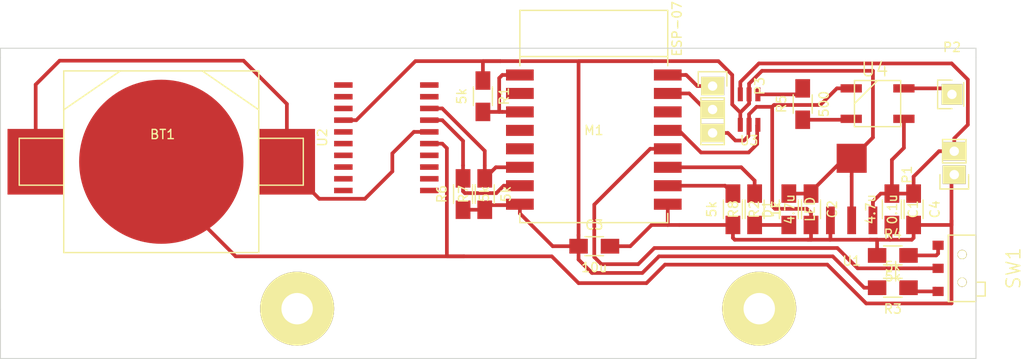
<source format=kicad_pcb>

(kicad_pcb
  (version 4)
  (host pcbnew "(2015-05-12 BZR 5652)-product")
  (general
    (links 50)
    (no_connects 0)
    (area 59.899999 56.574999 172.320714 96.09998)
    (thickness 1.6)
    (drawings 10)
    (tracks 220)
    (zones 0)
    (modules 25)
    (nets 28))
  (page A4)
  (layers
    (0 F.Cu signal)
    (31 B.Cu signal)
    (32 B.Adhes user)
    (33 F.Adhes user)
    (34 B.Paste user)
    (35 F.Paste user)
    (36 B.SilkS user)
    (37 F.SilkS user)
    (38 B.Mask user)
    (39 F.Mask user)
    (40 Dwgs.User user)
    (41 Cmts.User user)
    (42 Eco1.User user)
    (43 Eco2.User user)
    (44 Edge.Cuts user)
    (45 Margin user)
    (46 B.CrtYd user)
    (47 F.CrtYd user)
    (48 B.Fab user)
    (49 F.Fab user))
  (setup
    (last_trace_width 0.4)
    (trace_clearance 0.4)
    (zone_clearance 0.508)
    (zone_45_only no)
    (trace_min 0.007874)
    (segment_width 0.2)
    (edge_width 0.1)
    (via_size 0.6)
    (via_drill 0.4)
    (via_min_size 0.015748)
    (via_min_drill 0.3)
    (uvia_size 0.3)
    (uvia_drill 0.1)
    (uvias_allowed no)
    (uvia_min_size 0.007874)
    (uvia_min_drill 0.1)
    (pcb_text_width 0.3)
    (pcb_text_size 1.5 1.5)
    (mod_edge_width 0.15)
    (mod_text_size 1 1)
    (mod_text_width 0.15)
    (pad_size 8 8)
    (pad_drill 3.4)
    (pad_to_mask_clearance 0)
    (aux_axis_origin 59.95 94.77)
    (grid_origin 59.95 94.77)
    (visible_elements FFFFFF7F)
    (pcbplotparams
      (layerselection 0x01000_00000001)
      (usegerberextensions true)
      (excludeedgelayer true)
      (linewidth 0.1)
      (plotframeref false)
      (viasonmask true)
      (mode 1)
      (useauxorigin true)
      (hpglpennumber 1)
      (hpglpenspeed 20)
      (hpglpendiameter 15)
      (hpglpenoverlay 2)
      (psnegative false)
      (psa4output false)
      (plotreference false)
      (plotvalue false)
      (plotinvisibletext false)
      (padsonsilk false)
      (subtractmaskfromsilk false)
      (outputformat 1)
      (mirror false)
      (drillshape 0)
      (scaleselection 1)
      (outputdirectory Gerbers/)))
  (net 0 "")
  (net 1 "Net-(BT1-Pad1)")
  (net 2 GND)
  (net 3 +5VD)
  (net 4 +3V3)
  (net 5 "Net-(M1-Pad1)")
  (net 6 "Net-(M1-Pad2)")
  (net 7 WS2812b_In)
  (net 8 "Net-(M1-Pad5)")
  (net 9 SCL)
  (net 10 SDA)
  (net 11 "Net-(M1-Pad10)")
  (net 12 GPIO0)
  (net 13 "Net-(M1-Pad14)")
  (net 14 UART_Rx)
  (net 15 UART_Tx)
  (net 16 LED)
  (net 17 "Net-(P2-Pad1)")
  (net 18 "Net-(R3-Pad1)")
  (net 19 "Net-(R4-Pad2)")
  (net 20 "Net-(R5-Pad1)")
  (net 21 "Net-(R5-Pad2)")
  (net 22 "Net-(U2-Pad3)")
  (net 23 "Net-(U2-Pad5)")
  (net 24 "Net-(U2-Pad6)")
  (net 25 "Net-(M1-Pad4)")
  (net 26 "Net-(U2-Pad20)")
  (net 27 "Net-(D1-Pad1)")
  (net_class Default "This is the default net class."
    (clearance 0.4)
    (trace_width 0.4)
    (via_dia 0.6)
    (via_drill 0.4)
    (uvia_dia 0.3)
    (uvia_drill 0.1)
    (add_net +3V3)
    (add_net +5VD)
    (add_net GND)
    (add_net GPIO0)
    (add_net LED)
    (add_net "Net-(BT1-Pad1)")
    (add_net "Net-(D1-Pad1)")
    (add_net "Net-(M1-Pad1)")
    (add_net "Net-(M1-Pad10)")
    (add_net "Net-(M1-Pad14)")
    (add_net "Net-(M1-Pad2)")
    (add_net "Net-(M1-Pad4)")
    (add_net "Net-(M1-Pad5)")
    (add_net "Net-(P2-Pad1)")
    (add_net "Net-(R3-Pad1)")
    (add_net "Net-(R4-Pad2)")
    (add_net "Net-(R5-Pad1)")
    (add_net "Net-(R5-Pad2)")
    (add_net "Net-(U2-Pad20)")
    (add_net "Net-(U2-Pad3)")
    (add_net "Net-(U2-Pad5)")
    (add_net "Net-(U2-Pad6)")
    (add_net SCL)
    (add_net SDA)
    (add_net UART_Rx)
    (add_net UART_Tx)
    (add_net WS2812b_In))
  (module FabLibrary:M3_mount_hole
    (layer F.Cu)
    (tedit 5579CB64)
    (tstamp 557AC2F0)
    (at 92.05 89.37)
    (descr "Through hole socket strip")
    (tags "socket strip")
    (fp_text reference REF**_2
      (at 0.02794 5.55498)
      (layer F.SilkS) hide
      (effects
        (font
          (size 1 1)
          (thickness 0.15))))
    (fp_text value MountHole
      (at -0.05588 -5.34162)
      (layer F.Fab) hide
      (effects
        (font
          (size 1 1)
          (thickness 0.15))))
    (pad 1 thru_hole circle
      (at 0 0)
      (size 8 8)
      (drill 3.4)
      (layers *.Cu *.Mask F.SilkS))
    (model Socket_Strips.3dshapes/Socket_Strip_Straight_1x01.wrl
      (at
        (xyz 0 0 0))
      (scale
        (xyz 1 1 1))
      (rotate
        (xyz 0 0 180))))
  (module FabLibrary:C_1206_HandSoldering_IainEdit
    (layer F.Cu)
    (tedit 54FE01C7)
    (tstamp 5571883B)
    (at 158.75 78.6 270)
    (descr "Capacitor SMD 1206, hand soldering")
    (tags "capacitor 1206")
    (path /5572143D)
    (attr smd)
    (fp_text reference C4
      (at 0 -2.3 270)
      (layer F.SilkS)
      (effects
        (font
          (size 1 1)
          (thickness 0.15))))
    (fp_text value 0.1u
      (at 0 2.3 270)
      (layer F.SilkS)
      (effects
        (font
          (size 1 1)
          (thickness 0.15))))
    (fp_line
      (start -3.3 -1.15)
      (end 3.3 -1.15)
      (layer F.CrtYd)
      (width 0.05))
    (fp_line
      (start -3.3 1.15)
      (end 3.3 1.15)
      (layer F.CrtYd)
      (width 0.05))
    (fp_line
      (start -3.3 -1.15)
      (end -3.3 1.15)
      (layer F.CrtYd)
      (width 0.05))
    (fp_line
      (start 3.3 -1.15)
      (end 3.3 1.15)
      (layer F.CrtYd)
      (width 0.05))
    (fp_line
      (start 1 -1.025)
      (end -1 -1.025)
      (layer F.SilkS)
      (width 0.15))
    (fp_line
      (start -1 1.025)
      (end 1 1.025)
      (layer F.SilkS)
      (width 0.15))
    (pad 1 smd rect
      (at -1.7 0 270)
      (size 2 1.6)
      (layers F.Cu F.Paste F.Mask)
      (net 3 +5VD))
    (pad 2 smd rect
      (at 1.7 0 270)
      (size 2 1.6)
      (layers F.Cu F.Paste F.Mask)
      (net 2 GND))
    (model Capacitors_SMD/C_1206_HandSoldering.wrl
      (at
        (xyz 0 0 0))
      (scale
        (xyz 1 1 1))
      (rotate
        (xyz 0 0 0))))
  (module FabLibrary:C_1206_HandSoldering_IainEdit
    (layer F.Cu)
    (tedit 54FE01C7)
    (tstamp 55718829)
    (at 156.4 78.6 270)
    (descr "Capacitor SMD 1206, hand soldering")
    (tags "capacitor 1206")
    (path /556F3BA7)
    (attr smd)
    (fp_text reference C1
      (at 0 -2.3 270)
      (layer F.SilkS)
      (effects
        (font
          (size 1 1)
          (thickness 0.15))))
    (fp_text value 4.7u
      (at 0 2.3 270)
      (layer F.SilkS)
      (effects
        (font
          (size 1 1)
          (thickness 0.15))))
    (fp_line
      (start -3.3 -1.15)
      (end 3.3 -1.15)
      (layer F.CrtYd)
      (width 0.05))
    (fp_line
      (start -3.3 1.15)
      (end 3.3 1.15)
      (layer F.CrtYd)
      (width 0.05))
    (fp_line
      (start -3.3 -1.15)
      (end -3.3 1.15)
      (layer F.CrtYd)
      (width 0.05))
    (fp_line
      (start 3.3 -1.15)
      (end 3.3 1.15)
      (layer F.CrtYd)
      (width 0.05))
    (fp_line
      (start 1 -1.025)
      (end -1 -1.025)
      (layer F.SilkS)
      (width 0.15))
    (fp_line
      (start -1 1.025)
      (end 1 1.025)
      (layer F.SilkS)
      (width 0.15))
    (pad 1 smd rect
      (at -1.7 0 270)
      (size 2 1.6)
      (layers F.Cu F.Paste F.Mask)
      (net 3 +5VD))
    (pad 2 smd rect
      (at 1.7 0 270)
      (size 2 1.6)
      (layers F.Cu F.Paste F.Mask)
      (net 2 GND))
    (model Capacitors_SMD/C_1206_HandSoldering.wrl
      (at
        (xyz 0 0 0))
      (scale
        (xyz 1 1 1))
      (rotate
        (xyz 0 0 0))))
  (module FabLibrary:C_1206_HandSoldering_IainEdit
    (layer F.Cu)
    (tedit 54FE01C7)
    (tstamp 5571882F)
    (at 147.65 78.6 270)
    (descr "Capacitor SMD 1206, hand soldering")
    (tags "capacitor 1206")
    (path /556F3AC7)
    (attr smd)
    (fp_text reference C2
      (at 0 -2.3 270)
      (layer F.SilkS)
      (effects
        (font
          (size 1 1)
          (thickness 0.15))))
    (fp_text value 4.7u
      (at 0 2.3 270)
      (layer F.SilkS)
      (effects
        (font
          (size 1 1)
          (thickness 0.15))))
    (fp_line
      (start -3.3 -1.15)
      (end 3.3 -1.15)
      (layer F.CrtYd)
      (width 0.05))
    (fp_line
      (start -3.3 1.15)
      (end 3.3 1.15)
      (layer F.CrtYd)
      (width 0.05))
    (fp_line
      (start -3.3 -1.15)
      (end -3.3 1.15)
      (layer F.CrtYd)
      (width 0.05))
    (fp_line
      (start 3.3 -1.15)
      (end 3.3 1.15)
      (layer F.CrtYd)
      (width 0.05))
    (fp_line
      (start 1 -1.025)
      (end -1 -1.025)
      (layer F.SilkS)
      (width 0.15))
    (fp_line
      (start -1 1.025)
      (end 1 1.025)
      (layer F.SilkS)
      (width 0.15))
    (pad 1 smd rect
      (at -1.7 0 270)
      (size 2 1.6)
      (layers F.Cu F.Paste F.Mask)
      (net 4 +3V3))
    (pad 2 smd rect
      (at 1.7 0 270)
      (size 2 1.6)
      (layers F.Cu F.Paste F.Mask)
      (net 2 GND))
    (model Capacitors_SMD/C_1206_HandSoldering.wrl
      (at
        (xyz 0 0 0))
      (scale
        (xyz 1 1 1))
      (rotate
        (xyz 0 0 0))))
  (module FabLibrary:C_1206_HandSoldering_IainEdit
    (layer F.Cu)
    (tedit 54FE01C7)
    (tstamp 55718835)
    (at 124.2 82.6)
    (descr "Capacitor SMD 1206, hand soldering")
    (tags "capacitor 1206")
    (path /55718FEB)
    (attr smd)
    (fp_text reference C3
      (at 0 -2.3)
      (layer F.SilkS)
      (effects
        (font
          (size 1 1)
          (thickness 0.15))))
    (fp_text value 10u
      (at 0 2.3)
      (layer F.SilkS)
      (effects
        (font
          (size 1 1)
          (thickness 0.15))))
    (fp_line
      (start -3.3 -1.15)
      (end 3.3 -1.15)
      (layer F.CrtYd)
      (width 0.05))
    (fp_line
      (start -3.3 1.15)
      (end 3.3 1.15)
      (layer F.CrtYd)
      (width 0.05))
    (fp_line
      (start -3.3 -1.15)
      (end -3.3 1.15)
      (layer F.CrtYd)
      (width 0.05))
    (fp_line
      (start 3.3 -1.15)
      (end 3.3 1.15)
      (layer F.CrtYd)
      (width 0.05))
    (fp_line
      (start 1 -1.025)
      (end -1 -1.025)
      (layer F.SilkS)
      (width 0.15))
    (fp_line
      (start -1 1.025)
      (end 1 1.025)
      (layer F.SilkS)
      (width 0.15))
    (pad 1 smd rect
      (at -1.7 0)
      (size 2 1.6)
      (layers F.Cu F.Paste F.Mask)
      (net 4 +3V3))
    (pad 2 smd rect
      (at 1.7 0)
      (size 2 1.6)
      (layers F.Cu F.Paste F.Mask)
      (net 2 GND))
    (model Capacitors_SMD/C_1206_HandSoldering.wrl
      (at
        (xyz 0 0 0))
      (scale
        (xyz 1 1 1))
      (rotate
        (xyz 0 0 0))))
  (module FabLibrary:C_1206_HandSoldering_IainEdit
    (layer F.Cu)
    (tedit 54FE01C7)
    (tstamp 55718841)
    (at 145.25 78.6 90)
    (descr "Capacitor SMD 1206, hand soldering")
    (tags "capacitor 1206")
    (path /557090B7)
    (attr smd)
    (fp_text reference D1
      (at 0 -2.3 90)
      (layer F.SilkS)
      (effects
        (font
          (size 1 1)
          (thickness 0.15))))
    (fp_text value LED
      (at 0 2.3 90)
      (layer F.SilkS)
      (effects
        (font
          (size 1 1)
          (thickness 0.15))))
    (fp_line
      (start -3.3 -1.15)
      (end 3.3 -1.15)
      (layer F.CrtYd)
      (width 0.05))
    (fp_line
      (start -3.3 1.15)
      (end 3.3 1.15)
      (layer F.CrtYd)
      (width 0.05))
    (fp_line
      (start -3.3 -1.15)
      (end -3.3 1.15)
      (layer F.CrtYd)
      (width 0.05))
    (fp_line
      (start 3.3 -1.15)
      (end 3.3 1.15)
      (layer F.CrtYd)
      (width 0.05))
    (fp_line
      (start 1 -1.025)
      (end -1 -1.025)
      (layer F.SilkS)
      (width 0.15))
    (fp_line
      (start -1 1.025)
      (end 1 1.025)
      (layer F.SilkS)
      (width 0.15))
    (pad 1 smd rect
      (at -1.7 0 90)
      (size 2 1.6)
      (layers F.Cu F.Paste F.Mask)
      (net 27 "Net-(D1-Pad1)"))
    (pad 2 smd rect
      (at 1.7 0 90)
      (size 2 1.6)
      (layers F.Cu F.Paste F.Mask)
      (net 4 +3V3))
    (model Capacitors_SMD/C_1206_HandSoldering.wrl
      (at
        (xyz 0 0 0))
      (scale
        (xyz 1 1 1))
      (rotate
        (xyz 0 0 0))))
  (module FabLibrary:ESP-07
    (layer F.Cu)
    (tedit 55718857)
    (tstamp 55718855)
    (at 124.15 70.05 270)
    (path /556F342F)
    (fp_text reference M1
      (at 0 0 360)
      (layer F.SilkS)
      (effects
        (font
          (size 1 1)
          (thickness 0.15))))
    (fp_text value ESP-07
      (at -11 -9 270)
      (layer F.SilkS)
      (effects
        (font
          (size 1 1)
          (thickness 0.15))))
    (fp_line
      (start -8 -8)
      (end -8 8)
      (layer F.SilkS)
      (width 0.15))
    (fp_line
      (start -7 8)
      (end -13 8)
      (layer F.SilkS)
      (width 0.15))
    (fp_line
      (start -13 8)
      (end -13 -8)
      (layer F.SilkS)
      (width 0.15))
    (fp_line
      (start -13 -8)
      (end -7 -8)
      (layer F.SilkS)
      (width 0.15))
    (fp_line
      (start 9 8)
      (end 10 8)
      (layer F.SilkS)
      (width 0.15))
    (fp_line
      (start 10 8)
      (end 10 -8)
      (layer F.SilkS)
      (width 0.15))
    (fp_line
      (start 10 -8)
      (end 9 -8)
      (layer F.SilkS)
      (width 0.15))
    (pad 1 smd rect
      (at -6 8 270)
      (size 1.2 3)
      (layers F.Cu F.Paste F.Mask)
      (net 5 "Net-(M1-Pad1)"))
    (pad 2 smd rect
      (at -4 8 270)
      (size 1.2 3)
      (layers F.Cu F.Paste F.Mask)
      (net 6 "Net-(M1-Pad2)"))
    (pad 3 smd rect
      (at -2 8 270)
      (size 1.2 3)
      (layers F.Cu F.Paste F.Mask)
      (net 5 "Net-(M1-Pad1)"))
    (pad 4 smd rect
      (at 0 8 270)
      (size 1.2 3)
      (layers F.Cu F.Paste F.Mask)
      (net 25 "Net-(M1-Pad4)"))
    (pad 5 smd rect
      (at 2 8 270)
      (size 1.2 3)
      (layers F.Cu F.Paste F.Mask)
      (net 8 "Net-(M1-Pad5)"))
    (pad 6 smd rect
      (at 4 8 270)
      (size 1.2 3)
      (layers F.Cu F.Paste F.Mask)
      (net 9 SCL))
    (pad 7 smd rect
      (at 6 8 270)
      (size 1.2 3)
      (layers F.Cu F.Paste F.Mask)
      (net 10 SDA))
    (pad 8 smd rect
      (at 8 8 270)
      (size 1.2 3)
      (layers F.Cu F.Paste F.Mask)
      (net 4 +3V3))
    (pad 9 smd rect
      (at 8 -8 270)
      (size 1.2 3)
      (layers F.Cu F.Paste F.Mask)
      (net 2 GND))
    (pad 10 smd rect
      (at 6 -8 270)
      (size 1.2 3)
      (layers F.Cu F.Paste F.Mask)
      (net 11 "Net-(M1-Pad10)"))
    (pad 12 smd rect
      (at 2 -8 270)
      (size 1.2 3)
      (layers F.Cu F.Paste F.Mask)
      (net 12 GPIO0))
    (pad 13 smd rect
      (at 0 -8 270)
      (size 1.2 3)
      (layers F.Cu F.Paste F.Mask)
      (net 7 WS2812b_In))
    (pad 14 smd rect
      (at -2 -8 270)
      (size 1.2 3)
      (layers F.Cu F.Paste F.Mask)
      (net 13 "Net-(M1-Pad14)"))
    (pad 15 smd rect
      (at -4 -8 270)
      (size 1.2 3)
      (layers F.Cu F.Paste F.Mask)
      (net 14 UART_Rx))
    (pad 16 smd rect
      (at -6 -8 270)
      (size 1.2 3)
      (layers F.Cu F.Paste F.Mask)
      (net 15 UART_Tx))
    (pad 11 smd rect
      (at 4 -8 270)
      (size 1.2 3)
      (layers F.Cu F.Paste F.Mask)
      (net 16 LED)))
  (module FabLibrary:Socket_Strip_Straight_1x02
    (layer F.Cu)
    (tedit 5549075A)
    (tstamp 5571885B)
    (at 163.15 74.85 90)
    (descr "Through hole socket strip")
    (tags "socket strip")
    (path /556F3ED9)
    (fp_text reference P1
      (at 0 -5.1 90)
      (layer F.SilkS)
      (effects
        (font
          (size 1 1)
          (thickness 0.15))))
    (fp_text value 5V_input
      (at 0 -3.1 90)
      (layer F.Fab)
      (effects
        (font
          (size 1 1)
          (thickness 0.15))))
    (fp_line
      (start -1.55 1.55)
      (end 0 1.55)
      (layer F.SilkS)
      (width 0.15))
    (fp_line
      (start 3.81 1.27)
      (end 1.27 1.27)
      (layer F.SilkS)
      (width 0.15))
    (fp_line
      (start -1.75 -1.75)
      (end -1.75 1.75)
      (layer F.CrtYd)
      (width 0.05))
    (fp_line
      (start 4.3 -1.75)
      (end 4.3 1.75)
      (layer F.CrtYd)
      (width 0.05))
    (fp_line
      (start -1.75 -1.75)
      (end 4.3 -1.75)
      (layer F.CrtYd)
      (width 0.05))
    (fp_line
      (start -1.75 1.75)
      (end 4.3 1.75)
      (layer F.CrtYd)
      (width 0.05))
    (fp_line
      (start 1.27 1.27)
      (end 1.27 -1.27)
      (layer F.SilkS)
      (width 0.15))
    (fp_line
      (start 0 -1.55)
      (end -1.55 -1.55)
      (layer F.SilkS)
      (width 0.15))
    (fp_line
      (start -1.55 -1.55)
      (end -1.55 1.55)
      (layer F.SilkS)
      (width 0.15))
    (fp_line
      (start 1.27 -1.27)
      (end 3.81 -1.27)
      (layer F.SilkS)
      (width 0.15))
    (fp_line
      (start 3.81 -1.27)
      (end 3.81 1.27)
      (layer F.SilkS)
      (width 0.15))
    (pad 1 thru_hole rect
      (at 0 0 90)
      (size 2 2.5)
      (drill 1.016)
      (layers *.Mask F.Cu F.SilkS)
      (net 2 GND))
    (pad 2 thru_hole rect
      (at 2.54 0 90)
      (size 2 2.5)
      (drill 1.016)
      (layers *.Mask F.Cu F.SilkS)
      (net 3 +5VD))
    (model Socket_Strips.3dshapes/Socket_Strip_Straight_1x02.wrl
      (at
        (xyz 0.05 0 0))
      (scale
        (xyz 1 1 1))
      (rotate
        (xyz 0 0 180))))
  (module Socket_Strips:Socket_Strip_Straight_1x01
    (layer F.Cu)
    (tedit 54E9F79C)
    (tstamp 55718860)
    (at 162.9 66.15)
    (descr "Through hole socket strip")
    (tags "socket strip")
    (path /556F9C82)
    (fp_text reference P2
      (at 0 -5.1)
      (layer F.SilkS)
      (effects
        (font
          (size 1 1)
          (thickness 0.15))))
    (fp_text value WS2812b_Out
      (at 0 -3.1)
      (layer F.Fab)
      (effects
        (font
          (size 1 1)
          (thickness 0.15))))
    (fp_line
      (start -1.75 -1.75)
      (end -1.75 1.75)
      (layer F.CrtYd)
      (width 0.05))
    (fp_line
      (start 1.75 -1.75)
      (end 1.75 1.75)
      (layer F.CrtYd)
      (width 0.05))
    (fp_line
      (start -1.75 -1.75)
      (end 1.75 -1.75)
      (layer F.CrtYd)
      (width 0.05))
    (fp_line
      (start -1.75 1.75)
      (end 1.75 1.75)
      (layer F.CrtYd)
      (width 0.05))
    (fp_line
      (start 1.27 1.27)
      (end 1.27 -1.27)
      (layer F.SilkS)
      (width 0.15))
    (fp_line
      (start -1.55 -1.55)
      (end 0 -1.55)
      (layer F.SilkS)
      (width 0.15))
    (fp_line
      (start -1.55 -1.55)
      (end -1.55 1.55)
      (layer F.SilkS)
      (width 0.15))
    (fp_line
      (start -1.55 1.55)
      (end 0 1.55)
      (layer F.SilkS)
      (width 0.15))
    (pad 1 thru_hole rect
      (at 0 0)
      (size 2.2352 2.2352)
      (drill 1.016)
      (layers *.Cu *.Mask F.SilkS)
      (net 17 "Net-(P2-Pad1)"))
    (model Socket_Strips.3dshapes/Socket_Strip_Straight_1x01.wrl
      (at
        (xyz 0 0 0))
      (scale
        (xyz 1 1 1))
      (rotate
        (xyz 0 0 180))))
  (module FabLibrary:Socket_Strip_Straight_1x03_IainEdit
    (layer F.Cu)
    (tedit inf)
    (tstamp 55718867)
    (at 137 65.25 270)
    (descr "Through hole socket strip")
    (tags "socket strip")
    (path /556F5392)
    (fp_text reference P3
      (at 0 -5.1 270)
      (layer F.SilkS)
      (effects
        (font
          (size 1 1)
          (thickness 0.15))))
    (fp_text value UART
      (at 0 -3.1 270)
      (layer F.Fab)
      (effects
        (font
          (size 1 1)
          (thickness 0.15))))
    (fp_line
      (start 0 -1.55)
      (end -1.55 -1.55)
      (layer F.SilkS)
      (width 0.15))
    (fp_line
      (start -1.55 -1.55)
      (end -1.55 1.55)
      (layer F.SilkS)
      (width 0.15))
    (fp_line
      (start -1.55 1.55)
      (end 0 1.55)
      (layer F.SilkS)
      (width 0.15))
    (fp_line
      (start -1.75 -1.75)
      (end -1.75 1.75)
      (layer F.CrtYd)
      (width 0.05))
    (fp_line
      (start 6.85 -1.75)
      (end 6.85 1.75)
      (layer F.CrtYd)
      (width 0.05))
    (fp_line
      (start -1.75 -1.75)
      (end 6.85 -1.75)
      (layer F.CrtYd)
      (width 0.05))
    (fp_line
      (start -1.75 1.75)
      (end 6.85 1.75)
      (layer F.CrtYd)
      (width 0.05))
    (fp_line
      (start 1.27 -1.27)
      (end 6.35 -1.27)
      (layer F.SilkS)
      (width 0.15))
    (fp_line
      (start 6.35 -1.27)
      (end 6.35 1.27)
      (layer F.SilkS)
      (width 0.15))
    (fp_line
      (start 6.35 1.27)
      (end 1.27 1.27)
      (layer F.SilkS)
      (width 0.15))
    (fp_line
      (start 1.27 1.27)
      (end 1.27 -1.27)
      (layer F.SilkS)
      (width 0.15))
    (pad 1 thru_hole rect
      (at 0 0 270)
      (size 2 2.5)
      (drill 1.016)
      (layers *.Mask F.Cu F.SilkS)
      (net 15 UART_Tx))
    (pad 2 thru_hole rect
      (at 2.54 0 270)
      (size 2 2.5)
      (drill 1.016)
      (layers *.Mask F.Cu F.SilkS)
      (net 14 UART_Rx))
    (pad 3 thru_hole rect
      (at 5.08 0 270)
      (size 2 2.5)
      (drill 1.016)
      (layers *.Mask F.Cu F.SilkS)
      (net 2 GND))
    (model Socket_Strips.3dshapes/Socket_Strip_Straight_1x03.wrl
      (at
        (xyz 0.1 0 0))
      (scale
        (xyz 1 1 1))
      (rotate
        (xyz 0 0 180))))
  (module FabLibrary:C_1206_HandSoldering_IainEdit
    (layer F.Cu)
    (tedit 54FE01C7)
    (tstamp 5571886D)
    (at 112.15 66.35 270)
    (descr "Capacitor SMD 1206, hand soldering")
    (tags "capacitor 1206")
    (path /5570FFB2)
    (attr smd)
    (fp_text reference R1
      (at 0 -2.3 270)
      (layer F.SilkS)
      (effects
        (font
          (size 1 1)
          (thickness 0.15))))
    (fp_text value 5k
      (at 0 2.3 270)
      (layer F.SilkS)
      (effects
        (font
          (size 1 1)
          (thickness 0.15))))
    (fp_line
      (start -3.3 -1.15)
      (end 3.3 -1.15)
      (layer F.CrtYd)
      (width 0.05))
    (fp_line
      (start -3.3 1.15)
      (end 3.3 1.15)
      (layer F.CrtYd)
      (width 0.05))
    (fp_line
      (start -3.3 -1.15)
      (end -3.3 1.15)
      (layer F.CrtYd)
      (width 0.05))
    (fp_line
      (start 3.3 -1.15)
      (end 3.3 1.15)
      (layer F.CrtYd)
      (width 0.05))
    (fp_line
      (start 1 -1.025)
      (end -1 -1.025)
      (layer F.SilkS)
      (width 0.15))
    (fp_line
      (start -1 1.025)
      (end 1 1.025)
      (layer F.SilkS)
      (width 0.15))
    (pad 1 smd rect
      (at -1.7 0 270)
      (size 2 1.6)
      (layers F.Cu F.Paste F.Mask)
      (net 4 +3V3))
    (pad 2 smd rect
      (at 1.7 0 270)
      (size 2 1.6)
      (layers F.Cu F.Paste F.Mask)
      (net 5 "Net-(M1-Pad1)"))
    (model Capacitors_SMD/C_1206_HandSoldering.wrl
      (at
        (xyz 0 0 0))
      (scale
        (xyz 1 1 1))
      (rotate
        (xyz 0 0 0))))
  (module FabLibrary:C_1206_HandSoldering_IainEdit
    (layer F.Cu)
    (tedit 54FE01C7)
    (tstamp 55718873)
    (at 139.2 78.6 270)
    (descr "Capacitor SMD 1206, hand soldering")
    (tags "capacitor 1206")
    (path /55715157)
    (attr smd)
    (fp_text reference R2
      (at 0 -2.3 270)
      (layer F.SilkS)
      (effects
        (font
          (size 1 1)
          (thickness 0.15))))
    (fp_text value 5k
      (at 0 2.3 270)
      (layer F.SilkS)
      (effects
        (font
          (size 1 1)
          (thickness 0.15))))
    (fp_line
      (start -3.3 -1.15)
      (end 3.3 -1.15)
      (layer F.CrtYd)
      (width 0.05))
    (fp_line
      (start -3.3 1.15)
      (end 3.3 1.15)
      (layer F.CrtYd)
      (width 0.05))
    (fp_line
      (start -3.3 -1.15)
      (end -3.3 1.15)
      (layer F.CrtYd)
      (width 0.05))
    (fp_line
      (start 3.3 -1.15)
      (end 3.3 1.15)
      (layer F.CrtYd)
      (width 0.05))
    (fp_line
      (start 1 -1.025)
      (end -1 -1.025)
      (layer F.SilkS)
      (width 0.15))
    (fp_line
      (start -1 1.025)
      (end 1 1.025)
      (layer F.SilkS)
      (width 0.15))
    (pad 1 smd rect
      (at -1.7 0 270)
      (size 2 1.6)
      (layers F.Cu F.Paste F.Mask)
      (net 11 "Net-(M1-Pad10)"))
    (pad 2 smd rect
      (at 1.7 0 270)
      (size 2 1.6)
      (layers F.Cu F.Paste F.Mask)
      (net 2 GND))
    (model Capacitors_SMD/C_1206_HandSoldering.wrl
      (at
        (xyz 0 0 0))
      (scale
        (xyz 1 1 1))
      (rotate
        (xyz 0 0 0))))
  (module FabLibrary:C_1206_HandSoldering_IainEdit
    (layer F.Cu)
    (tedit 54FE01C7)
    (tstamp 55718879)
    (at 156.5 87.1 180)
    (descr "Capacitor SMD 1206, hand soldering")
    (tags "capacitor 1206")
    (path /55710DCF)
    (attr smd)
    (fp_text reference R3
      (at 0 -2.3 180)
      (layer F.SilkS)
      (effects
        (font
          (size 1 1)
          (thickness 0.15))))
    (fp_text value 5k
      (at 0 2.3 180)
      (layer F.SilkS)
      (effects
        (font
          (size 1 1)
          (thickness 0.15))))
    (fp_line
      (start -3.3 -1.15)
      (end 3.3 -1.15)
      (layer F.CrtYd)
      (width 0.05))
    (fp_line
      (start -3.3 1.15)
      (end 3.3 1.15)
      (layer F.CrtYd)
      (width 0.05))
    (fp_line
      (start -3.3 -1.15)
      (end -3.3 1.15)
      (layer F.CrtYd)
      (width 0.05))
    (fp_line
      (start 3.3 -1.15)
      (end 3.3 1.15)
      (layer F.CrtYd)
      (width 0.05))
    (fp_line
      (start 1 -1.025)
      (end -1 -1.025)
      (layer F.SilkS)
      (width 0.15))
    (fp_line
      (start -1 1.025)
      (end 1 1.025)
      (layer F.SilkS)
      (width 0.15))
    (pad 1 smd rect
      (at -1.7 0 180)
      (size 2 1.6)
      (layers F.Cu F.Paste F.Mask)
      (net 18 "Net-(R3-Pad1)"))
    (pad 2 smd rect
      (at 1.7 0 180)
      (size 2 1.6)
      (layers F.Cu F.Paste F.Mask)
      (net 4 +3V3))
    (model Capacitors_SMD/C_1206_HandSoldering.wrl
      (at
        (xyz 0 0 0))
      (scale
        (xyz 1 1 1))
      (rotate
        (xyz 0 0 0))))
  (module FabLibrary:C_1206_HandSoldering_IainEdit
    (layer F.Cu)
    (tedit 54FE01C7)
    (tstamp 5571887F)
    (at 156.5 83.6)
    (descr "Capacitor SMD 1206, hand soldering")
    (tags "capacitor 1206")
    (path /5570DEF1)
    (attr smd)
    (fp_text reference R4
      (at 0 -2.3)
      (layer F.SilkS)
      (effects
        (font
          (size 1 1)
          (thickness 0.15))))
    (fp_text value 5k
      (at 0 2.3)
      (layer F.SilkS)
      (effects
        (font
          (size 1 1)
          (thickness 0.15))))
    (fp_line
      (start -3.3 -1.15)
      (end 3.3 -1.15)
      (layer F.CrtYd)
      (width 0.05))
    (fp_line
      (start -3.3 1.15)
      (end 3.3 1.15)
      (layer F.CrtYd)
      (width 0.05))
    (fp_line
      (start -3.3 -1.15)
      (end -3.3 1.15)
      (layer F.CrtYd)
      (width 0.05))
    (fp_line
      (start 3.3 -1.15)
      (end 3.3 1.15)
      (layer F.CrtYd)
      (width 0.05))
    (fp_line
      (start 1 -1.025)
      (end -1 -1.025)
      (layer F.SilkS)
      (width 0.15))
    (fp_line
      (start -1 1.025)
      (end 1 1.025)
      (layer F.SilkS)
      (width 0.15))
    (pad 1 smd rect
      (at -1.7 0)
      (size 2 1.6)
      (layers F.Cu F.Paste F.Mask)
      (net 2 GND))
    (pad 2 smd rect
      (at 1.7 0)
      (size 2 1.6)
      (layers F.Cu F.Paste F.Mask)
      (net 19 "Net-(R4-Pad2)"))
    (model Capacitors_SMD/C_1206_HandSoldering.wrl
      (at
        (xyz 0 0 0))
      (scale
        (xyz 1 1 1))
      (rotate
        (xyz 0 0 0))))
  (module FabLibrary:C_1206_HandSoldering_IainEdit
    (layer F.Cu)
    (tedit 54FE01C7)
    (tstamp 55718885)
    (at 146.75 67.2 90)
    (descr "Capacitor SMD 1206, hand soldering")
    (tags "capacitor 1206")
    (path /557208AF)
    (attr smd)
    (fp_text reference R5
      (at 0 -2.3 90)
      (layer F.SilkS)
      (effects
        (font
          (size 1 1)
          (thickness 0.15))))
    (fp_text value 500
      (at 0 2.3 90)
      (layer F.SilkS)
      (effects
        (font
          (size 1 1)
          (thickness 0.15))))
    (fp_line
      (start -3.3 -1.15)
      (end 3.3 -1.15)
      (layer F.CrtYd)
      (width 0.05))
    (fp_line
      (start -3.3 1.15)
      (end 3.3 1.15)
      (layer F.CrtYd)
      (width 0.05))
    (fp_line
      (start -3.3 -1.15)
      (end -3.3 1.15)
      (layer F.CrtYd)
      (width 0.05))
    (fp_line
      (start 3.3 -1.15)
      (end 3.3 1.15)
      (layer F.CrtYd)
      (width 0.05))
    (fp_line
      (start 1 -1.025)
      (end -1 -1.025)
      (layer F.SilkS)
      (width 0.15))
    (fp_line
      (start -1 1.025)
      (end 1 1.025)
      (layer F.SilkS)
      (width 0.15))
    (pad 1 smd rect
      (at -1.7 0 90)
      (size 2 1.6)
      (layers F.Cu F.Paste F.Mask)
      (net 20 "Net-(R5-Pad1)"))
    (pad 2 smd rect
      (at 1.7 0 90)
      (size 2 1.6)
      (layers F.Cu F.Paste F.Mask)
      (net 21 "Net-(R5-Pad2)"))
    (model Capacitors_SMD/C_1206_HandSoldering.wrl
      (at
        (xyz 0 0 0))
      (scale
        (xyz 1 1 1))
      (rotate
        (xyz 0 0 0))))
  (module FabLibrary:C_1206_HandSoldering_IainEdit
    (layer F.Cu)
    (tedit 54FE01C7)
    (tstamp 5571888B)
    (at 110 76.95 90)
    (descr "Capacitor SMD 1206, hand soldering")
    (tags "capacitor 1206")
    (path /556FCCE0)
    (attr smd)
    (fp_text reference R6
      (at 0 -2.3 90)
      (layer F.SilkS)
      (effects
        (font
          (size 1 1)
          (thickness 0.15))))
    (fp_text value 5k
      (at 0 2.3 90)
      (layer F.SilkS)
      (effects
        (font
          (size 1 1)
          (thickness 0.15))))
    (fp_line
      (start -3.3 -1.15)
      (end 3.3 -1.15)
      (layer F.CrtYd)
      (width 0.05))
    (fp_line
      (start -3.3 1.15)
      (end 3.3 1.15)
      (layer F.CrtYd)
      (width 0.05))
    (fp_line
      (start -3.3 -1.15)
      (end -3.3 1.15)
      (layer F.CrtYd)
      (width 0.05))
    (fp_line
      (start 3.3 -1.15)
      (end 3.3 1.15)
      (layer F.CrtYd)
      (width 0.05))
    (fp_line
      (start 1 -1.025)
      (end -1 -1.025)
      (layer F.SilkS)
      (width 0.15))
    (fp_line
      (start -1 1.025)
      (end 1 1.025)
      (layer F.SilkS)
      (width 0.15))
    (pad 1 smd rect
      (at -1.7 0 90)
      (size 2 1.6)
      (layers F.Cu F.Paste F.Mask)
      (net 4 +3V3))
    (pad 2 smd rect
      (at 1.7 0 90)
      (size 2 1.6)
      (layers F.Cu F.Paste F.Mask)
      (net 10 SDA))
    (model Capacitors_SMD/C_1206_HandSoldering.wrl
      (at
        (xyz 0 0 0))
      (scale
        (xyz 1 1 1))
      (rotate
        (xyz 0 0 0))))
  (module FabLibrary:C_1206_HandSoldering_IainEdit
    (layer F.Cu)
    (tedit 54FE01C7)
    (tstamp 55718891)
    (at 112.35 76.95 90)
    (descr "Capacitor SMD 1206, hand soldering")
    (tags "capacitor 1206")
    (path /556FCE30)
    (attr smd)
    (fp_text reference R7
      (at 0 -2.3 90)
      (layer F.SilkS)
      (effects
        (font
          (size 1 1)
          (thickness 0.15))))
    (fp_text value 5k
      (at 0 2.3 90)
      (layer F.SilkS)
      (effects
        (font
          (size 1 1)
          (thickness 0.15))))
    (fp_line
      (start -3.3 -1.15)
      (end 3.3 -1.15)
      (layer F.CrtYd)
      (width 0.05))
    (fp_line
      (start -3.3 1.15)
      (end 3.3 1.15)
      (layer F.CrtYd)
      (width 0.05))
    (fp_line
      (start -3.3 -1.15)
      (end -3.3 1.15)
      (layer F.CrtYd)
      (width 0.05))
    (fp_line
      (start 3.3 -1.15)
      (end 3.3 1.15)
      (layer F.CrtYd)
      (width 0.05))
    (fp_line
      (start 1 -1.025)
      (end -1 -1.025)
      (layer F.SilkS)
      (width 0.15))
    (fp_line
      (start -1 1.025)
      (end 1 1.025)
      (layer F.SilkS)
      (width 0.15))
    (pad 1 smd rect
      (at -1.7 0 90)
      (size 2 1.6)
      (layers F.Cu F.Paste F.Mask)
      (net 4 +3V3))
    (pad 2 smd rect
      (at 1.7 0 90)
      (size 2 1.6)
      (layers F.Cu F.Paste F.Mask)
      (net 9 SCL))
    (model Capacitors_SMD/C_1206_HandSoldering.wrl
      (at
        (xyz 0 0 0))
      (scale
        (xyz 1 1 1))
      (rotate
        (xyz 0 0 0))))
  (module FabLibrary:C_1206_HandSoldering_IainEdit
    (layer F.Cu)
    (tedit 54FE01C7)
    (tstamp 55718897)
    (at 141.55 78.6 90)
    (descr "Capacitor SMD 1206, hand soldering")
    (tags "capacitor 1206")
    (path /55708FA9)
    (attr smd)
    (fp_text reference R8
      (at 0 -2.3 90)
      (layer F.SilkS)
      (effects
        (font
          (size 1 1)
          (thickness 0.15))))
    (fp_text value 1k
      (at 0 2.3 90)
      (layer F.SilkS)
      (effects
        (font
          (size 1 1)
          (thickness 0.15))))
    (fp_line
      (start -3.3 -1.15)
      (end 3.3 -1.15)
      (layer F.CrtYd)
      (width 0.05))
    (fp_line
      (start -3.3 1.15)
      (end 3.3 1.15)
      (layer F.CrtYd)
      (width 0.05))
    (fp_line
      (start -3.3 -1.15)
      (end -3.3 1.15)
      (layer F.CrtYd)
      (width 0.05))
    (fp_line
      (start 3.3 -1.15)
      (end 3.3 1.15)
      (layer F.CrtYd)
      (width 0.05))
    (fp_line
      (start 1 -1.025)
      (end -1 -1.025)
      (layer F.SilkS)
      (width 0.15))
    (fp_line
      (start -1 1.025)
      (end 1 1.025)
      (layer F.SilkS)
      (width 0.15))
    (pad 1 smd rect
      (at -1.7 0 90)
      (size 2 1.6)
      (layers F.Cu F.Paste F.Mask)
      (net 27 "Net-(D1-Pad1)"))
    (pad 2 smd rect
      (at 1.7 0 90)
      (size 2 1.6)
      (layers F.Cu F.Paste F.Mask)
      (net 16 LED))
    (model Capacitors_SMD/C_1206_HandSoldering.wrl
      (at
        (xyz 0 0 0))
      (scale
        (xyz 1 1 1))
      (rotate
        (xyz 0 0 0))))
  (module FabLibrary:SlideSwitch_smd
    (layer F.Cu)
    (tedit 5571B48E)
    (tstamp 557188A0)
    (at 164 85 90)
    (path /5570D73C)
    (fp_text reference SW1
      (at 0.01 5.56 90)
      (layer F.SilkS)
      (effects
        (font
          (size 1.5 1.5)
          (thickness 0.15))))
    (fp_text value SWITCH_INV
      (at 0.01 -7.24 90)
      (layer F.Fab) hide
      (effects
        (font
          (size 1.5 1.5)
          (thickness 0.15))))
    (fp_line
      (start -3 1.5)
      (end -3 2.5)
      (layer F.SilkS)
      (width 0.15))
    (fp_line
      (start -3 2.5)
      (end -1.5 2.5)
      (layer F.SilkS)
      (width 0.15))
    (fp_line
      (start -1.5 2.5)
      (end -1.5 1.5)
      (layer F.SilkS)
      (width 0.15))
    (fp_line
      (start 3.6 -1.5)
      (end 3.6 1.5)
      (layer F.SilkS)
      (width 0.15))
    (fp_line
      (start -3.6 1.5)
      (end 3.6 1.5)
      (layer F.SilkS)
      (width 0.15))
    (fp_line
      (start -3.6 -1.5)
      (end -3.6 1.5)
      (layer F.SilkS)
      (width 0.15))
    (fp_line
      (start -3.6 -1.5)
      (end 3.6 -1.5)
      (layer F.SilkS)
      (width 0.15))
    (pad 1 smd rect
      (at -2.5 -2.6 90)
      (size 1 1.2)
      (layers F.Cu F.Paste F.Mask)
      (net 18 "Net-(R3-Pad1)"))
    (pad 2 smd rect
      (at 0 -2.6 90)
      (size 1 1.2)
      (layers F.Cu F.Paste F.Mask)
      (net 12 GPIO0))
    (pad 3 smd rect
      (at 2.5 -2.6 90)
      (size 1 1.2)
      (layers F.Cu F.Paste F.Mask)
      (net 19 "Net-(R4-Pad2)"))
    (pad "" np_thru_hole circle
      (at -1.5 0 90)
      (size 1 1)
      (drill 0.85)
      (layers *.Cu *.Mask F.SilkS))
    (pad "" np_thru_hole circle
      (at 1.5 0 90)
      (size 1 1)
      (drill 0.85)
      (layers *.Cu *.Mask F.SilkS)))
  (module FabLibrary:SOT223_HandSolder
    (layer F.Cu)
    (tedit 55490111)
    (tstamp 557188A8)
    (at 152.05 78.3)
    (path /556F388A)
    (fp_text reference U1
      (at 0 5.9)
      (layer F.SilkS)
      (effects
        (font
          (size 1 1)
          (thickness 0.15))))
    (fp_text value NCP1117ST33T3G
      (at 0 -7.9)
      (layer F.Fab) hide
      (effects
        (font
          (size 1 1)
          (thickness 0.15))))
    (pad 1 smd rect
      (at -2.3 1.5)
      (size 0.95 3)
      (layers F.Cu F.Paste F.Mask)
      (net 2 GND))
    (pad 2 smd rect
      (at 0 1.5)
      (size 0.95 3)
      (layers F.Cu F.Paste F.Mask)
      (net 4 +3V3))
    (pad 3 smd rect
      (at 2.3 1.5)
      (size 0.95 3)
      (layers F.Cu F.Paste F.Mask)
      (net 3 +5VD))
    (pad 2 smd rect
      (at 0 -5.225)
      (size 3.25 3.15)
      (layers F.Cu F.Paste F.Mask)
      (net 4 +3V3)))
  (module FabLibrary:Maxim_SOIC-20_W20-H2
    (layer F.Cu)
    (tedit 55704B41)
    (tstamp 557188C0)
    (at 101.7 70.85 270)
    (path /556FB126)
    (fp_text reference U2
      (at -0.02 6.92 270)
      (layer F.SilkS)
      (effects
        (font
          (size 1 1)
          (thickness 0.15))))
    (fp_text value DS3232
      (at -0.02 -7.74 270)
      (layer F.Fab) hide
      (effects
        (font
          (size 1 1)
          (thickness 0.15))))
    (pad 1 smd rect
      (at -5.715 4.65 270)
      (size 0.6 2)
      (layers F.Cu F.Paste F.Mask))
    (pad 2 smd rect
      (at -4.445 4.65 270)
      (size 0.6 2)
      (layers F.Cu F.Paste F.Mask))
    (pad 3 smd rect
      (at -3.175 4.65 270)
      (size 0.6 2)
      (layers F.Cu F.Paste F.Mask)
      (net 22 "Net-(U2-Pad3)"))
    (pad 4 smd rect
      (at -1.905 4.65 270)
      (size 0.6 2)
      (layers F.Cu F.Paste F.Mask)
      (net 4 +3V3))
    (pad 5 smd rect
      (at -0.635 4.65 270)
      (size 0.6 2)
      (layers F.Cu F.Paste F.Mask)
      (net 23 "Net-(U2-Pad5)"))
    (pad 6 smd rect
      (at 0.635 4.65 270)
      (size 0.6 2)
      (layers F.Cu F.Paste F.Mask)
      (net 24 "Net-(U2-Pad6)"))
    (pad 7 smd rect
      (at 1.905 4.65 270)
      (size 0.6 2)
      (layers F.Cu F.Paste F.Mask))
    (pad 8 smd rect
      (at 3.175 4.65 270)
      (size 0.6 2)
      (layers F.Cu F.Paste F.Mask))
    (pad 9 smd rect
      (at 4.445 4.65 270)
      (size 0.6 2)
      (layers F.Cu F.Paste F.Mask))
    (pad 10 smd rect
      (at 5.715 4.65 270)
      (size 0.6 2)
      (layers F.Cu F.Paste F.Mask))
    (pad 11 smd rect
      (at 5.715 -4.65 270)
      (size 0.6 2)
      (layers F.Cu F.Paste F.Mask))
    (pad 12 smd rect
      (at 4.445 -4.65 270)
      (size 0.6 2)
      (layers F.Cu F.Paste F.Mask))
    (pad 13 smd rect
      (at 3.175 -4.65 270)
      (size 0.6 2)
      (layers F.Cu F.Paste F.Mask))
    (pad 14 smd rect
      (at 1.905 -4.65 270)
      (size 0.6 2)
      (layers F.Cu F.Paste F.Mask))
    (pad 15 smd rect
      (at 0.635 -4.65 270)
      (size 0.6 2)
      (layers F.Cu F.Paste F.Mask)
      (net 2 GND))
    (pad 16 smd rect
      (at -0.635 -4.65 270)
      (size 0.6 2)
      (layers F.Cu F.Paste F.Mask)
      (net 1 "Net-(BT1-Pad1)"))
    (pad 17 smd rect
      (at -1.905 -4.65 270)
      (size 0.6 2)
      (layers F.Cu F.Paste F.Mask)
      (net 10 SDA))
    (pad 18 smd rect
      (at -3.175 -4.65 270)
      (size 0.6 2)
      (layers F.Cu F.Paste F.Mask)
      (net 9 SCL))
    (pad 19 smd rect
      (at -4.445 -4.65 270)
      (size 0.6 2)
      (layers F.Cu F.Paste F.Mask))
    (pad 20 smd rect
      (at -5.715 -4.65 270)
      (size 0.6 2)
      (layers F.Cu F.Paste F.Mask)
      (net 26 "Net-(U2-Pad20)")))
  (module FabLibrary:TI-DBV-SOT23_handsolder
    (layer F.Cu)
    (tedit 5506F07D)
    (tstamp 557188CA)
    (at 140.95 67.85)
    (path /556F35A2)
    (fp_text reference U3
      (at 0 3.302)
      (layer F.SilkS)
      (effects
        (font
          (size 1 1)
          (thickness 0.15))))
    (fp_text value SN74LVC1T45
      (at 0 -3.175)
      (layer F.Fab) hide
      (effects
        (font
          (size 1 1)
          (thickness 0.15))))
    (pad 1 smd rect
      (at -0.95 1.6)
      (size 0.55 1.5)
      (layers F.Cu F.Paste F.Mask)
      (net 4 +3V3))
    (pad 2 smd rect
      (at 0 1.6)
      (size 0.55 1.5)
      (layers F.Cu F.Paste F.Mask)
      (net 2 GND))
    (pad 3 smd rect
      (at 0.95 1.6)
      (size 0.55 1.5)
      (layers F.Cu F.Paste F.Mask)
      (net 7 WS2812b_In))
    (pad 4 smd rect
      (at 0.95 -1.7)
      (size 0.55 1.5)
      (layers F.Cu F.Paste F.Mask)
      (net 21 "Net-(R5-Pad2)"))
    (pad 5 smd rect
      (at 0 -1.7)
      (size 0.55 1.5)
      (layers F.Cu F.Paste F.Mask)
      (net 4 +3V3))
    (pad 6 smd rect
      (at -0.95 -1.7)
      (size 0.55 1.5)
      (layers F.Cu F.Paste F.Mask)
      (net 3 +5VD)))
  (module FabLibrary:WS2812b_handsolder
    (layer F.Cu)
    (tedit 550569EB)
    (tstamp 557188D2)
    (at 154.85 67.15 180)
    (path /557202D6)
    (fp_text reference U4
      (at 0.3 3.7 180)
      (layer F.SilkS)
      (effects
        (font
          (size 1.5 1.5)
          (thickness 0.15))))
    (fp_text value WS2812b
      (at 0 -3.8 180)
      (layer F.Fab) hide
      (effects
        (font
          (size 1.5 1.5)
          (thickness 0.15))))
    (fp_line
      (start 2.5 0)
      (end 0 2.5)
      (layer F.SilkS)
      (width 0.15))
    (fp_line
      (start -2.5 -2.5)
      (end 2.5 -2.5)
      (layer F.SilkS)
      (width 0.15))
    (fp_line
      (start 2.5 -2.5)
      (end 2.5 2.5)
      (layer F.SilkS)
      (width 0.15))
    (fp_line
      (start 2.5 2.5)
      (end -2.5 2.5)
      (layer F.SilkS)
      (width 0.15))
    (fp_line
      (start -2.5 2.5)
      (end -2.5 -2.5)
      (layer F.SilkS)
      (width 0.15))
    (pad 1 smd rect
      (at -2.85 -1.65 180)
      (size 2.3 0.9)
      (layers F.Cu F.Paste F.Mask)
      (net 3 +5VD))
    (pad 2 smd rect
      (at -2.85 1.65 180)
      (size 2.3 0.9)
      (layers F.Cu F.Paste F.Mask)
      (net 17 "Net-(P2-Pad1)"))
    (pad 4 smd rect
      (at 2.85 -1.65 180)
      (size 2.3 0.9)
      (layers F.Cu F.Paste F.Mask)
      (net 20 "Net-(R5-Pad1)"))
    (pad 3 smd rect
      (at 2.85 1.65 180)
      (size 2.3 0.9)
      (layers F.Cu F.Paste F.Mask)
      (net 2 GND)))
  (module FabLibrary:Battery_Holder_Cell_20mm_smd
    (layer F.Cu)
    (tedit 5571870A)
    (tstamp 55718FE7)
    (at 77.35 73.45 180)
    (path /556FBD5E)
    (fp_text reference BT1
      (at -0.14 2.96 180)
      (layer F.SilkS)
      (effects
        (font
          (size 1 1)
          (thickness 0.15))))
    (fp_text value Battery
      (at -0.02 -7.3 180)
      (layer F.Fab) hide
      (effects
        (font
          (size 1 1)
          (thickness 0.15))))
    (fp_line
      (start 15.367 -2.54)
      (end 15.367 2.54)
      (layer F.SilkS)
      (width 0.15))
    (fp_line
      (start 10.55624 5.62864)
      (end 4.4323 9.8425)
      (layer F.SilkS)
      (width 0.15))
    (fp_line
      (start -10.55116 5.62864)
      (end -4.42976 9.84758)
      (layer F.SilkS)
      (width 0.15))
    (fp_line
      (start -15.367 -2.54)
      (end -15.367 2.54)
      (layer F.SilkS)
      (width 0.15))
    (fp_line
      (start -10.5537 -9.8425)
      (end -10.5537 9.8425)
      (layer F.SilkS)
      (width 0.15))
    (fp_line
      (start -10.5537 9.8425)
      (end 10.5537 9.8425)
      (layer F.SilkS)
      (width 0.15))
    (fp_line
      (start 10.5537 -9.8425)
      (end 10.5537 9.8425)
      (layer F.SilkS)
      (width 0.15))
    (fp_line
      (start -10.5537 -9.8425)
      (end 10.5537 -9.8425)
      (layer F.SilkS)
      (width 0.15))
    (fp_line
      (start -10.5537 -2.54)
      (end -15.367 -2.54)
      (layer F.SilkS)
      (width 0.15))
    (fp_line
      (start 10.5537 2.54)
      (end 15.367 2.54)
      (layer F.SilkS)
      (width 0.15))
    (fp_line
      (start -10.5537 2.54)
      (end -15.367 2.54)
      (layer F.SilkS)
      (width 0.15))
    (fp_line
      (start 10.5537 -2.54)
      (end 15.367 -2.54)
      (layer F.SilkS)
      (width 0.15))
    (pad 1 smd rect
      (at 13.589 0 180)
      (size 6.096 7.112)
      (layers F.Cu F.Paste F.Mask)
      (net 1 "Net-(BT1-Pad1)"))
    (pad 2 smd circle
      (at 0 0 180)
      (size 17.78 17.78)
      (layers F.Cu F.Paste F.Mask)
      (net 2 GND))
    (pad 1 smd rect
      (at -13.589 0 180)
      (size 6.096 7.112)
      (layers F.Cu F.Paste F.Mask)
      (net 1 "Net-(BT1-Pad1)")))
  (module FabLibrary:M3_mount_hole
    (layer F.Cu)
    (tedit 5579CB64)
    (tstamp 557AC2EA)
    (at 142.05 89.37)
    (descr "Through hole socket strip")
    (tags "socket strip")
    (fp_text reference REF**
      (at 0.02794 5.55498)
      (layer F.SilkS) hide
      (effects
        (font
          (size 1 1)
          (thickness 0.15))))
    (fp_text value MountHole
      (at -0.05588 -5.34162)
      (layer F.Fab) hide
      (effects
        (font
          (size 1 1)
          (thickness 0.15))))
    (pad 1 thru_hole circle
      (at 0 0)
      (size 8 8)
      (drill 3.4)
      (layers *.Cu *.Mask F.SilkS))
    (model Socket_Strips.3dshapes/Socket_Strip_Straight_1x01.wrl
      (at
        (xyz 0 0 0))
      (scale
        (xyz 1 1 1))
      (rotate
        (xyz 0 0 180))))
  (gr_line
    (start 165.5 94.77)
    (end 165.5 89.45)
    (angle 90)
    (layer Edge.Cuts)
    (width 0.1))
  (gr_line
    (start 59.95 94.77)
    (end 165.5 94.77)
    (angle 90)
    (layer Edge.Cuts)
    (width 0.1))
  (gr_line
    (start 59.95 89.45)
    (end 59.95 94.77)
    (angle 90)
    (layer Edge.Cuts)
    (width 0.1))
  (gr_line
    (start 59.95 61.15)
    (end 59.95 62.15)
    (angle 90)
    (layer Edge.Cuts)
    (width 0.1))
  (gr_line
    (start 165.5 61.15)
    (end 59.95 61.15)
    (angle 90)
    (layer Edge.Cuts)
    (width 0.1))
  (gr_line
    (start 165.5 62.15)
    (end 165.5 61.15)
    (angle 90)
    (layer Edge.Cuts)
    (width 0.1))
  (gr_line
    (start 59.95 62.2)
    (end 59.95 62.15)
    (layer Edge.Cuts)
    (width 0.1))
  (gr_line
    (start 59.95 89.45)
    (end 59.95 62.2)
    (layer Edge.Cuts)
    (width 0.1))
  (gr_line
    (start 165.5 86.75)
    (end 165.5 89.45)
    (layer Edge.Cuts)
    (width 0.1))
  (gr_line
    (start 165.5 62.15)
    (end 165.5 86.75)
    (layer Edge.Cuts)
    (width 0.1))
  (segment
    (start 104.685 70.215)
    (end 106.35 70.215)
    (width 0.4)
    (layer F.Cu)
    (net 1))
  (segment
    (start 102.35 72.55)
    (end 104.685 70.215)
    (width 0.4)
    (layer F.Cu)
    (net 1))
  (segment
    (start 102.35 74.5)
    (end 102.35 72.55)
    (width 0.4)
    (layer F.Cu)
    (net 1))
  (segment
    (start 99.384999 77.465001)
    (end 102.35 74.5)
    (width 0.4)
    (layer F.Cu)
    (net 1))
  (segment
    (start 94.446001 77.465001)
    (end 99.384999 77.465001)
    (width 0.4)
    (layer F.Cu)
    (net 1))
  (segment
    (start 90.939 73.958)
    (end 94.446001 77.465001)
    (width 0.4)
    (layer F.Cu)
    (net 1))
  (segment
    (start 90.939 73.45)
    (end 90.939 73.958)
    (width 0.4)
    (layer F.Cu)
    (net 1))
  (segment
    (start 63.761 73.45)
    (end 63.761 65.089)
    (width 0.4)
    (layer F.Cu)
    (net 1))
  (segment
    (start 63.761 65.089)
    (end 66.35 62.5)
    (width 0.4)
    (layer F.Cu)
    (net 1))
  (segment
    (start 66.35 62.5)
    (end 86.25 62.5)
    (width 0.4)
    (layer F.Cu)
    (net 1))
  (segment
    (start 90.939 67.189)
    (end 90.939 73.45)
    (width 0.4)
    (layer F.Cu)
    (net 1))
  (segment
    (start 86.25 62.5)
    (end 90.939 67.189)
    (width 0.4)
    (layer F.Cu)
    (net 1))
  (segment
    (start 147.65 80.3)
    (end 147.65 79)
    (width 0.4)
    (layer F.Cu)
    (net 2))
  (segment
    (start 147.65 79)
    (end 147.2 78.55)
    (width 0.4)
    (layer F.Cu)
    (net 2))
  (segment
    (start 147.2 78.55)
    (end 143.75 78.55)
    (width 0.4)
    (layer F.Cu)
    (net 2))
  (segment
    (start 143.75 78.55)
    (end 143.450021 78.250021)
    (width 0.4)
    (layer F.Cu)
    (net 2))
  (segment
    (start 143.450021 78.250021)
    (end 143.450021 67.500001)
    (width 0.4)
    (layer F.Cu)
    (net 2))
  (segment
    (start 158.75 80.3)
    (end 162.85 80.3)
    (width 0.4)
    (layer F.Cu)
    (net 2))
  (segment
    (start 162.85 80.3)
    (end 162.85 79.850868)
    (width 0.4)
    (layer F.Cu)
    (net 2))
  (segment
    (start 162.85 81.511775)
    (end 162.85 79.850868)
    (width 0.4)
    (layer F.Cu)
    (net 2))
  (segment
    (start 162.85 79.850868)
    (end 162.85 75.05)
    (width 0.4)
    (layer F.Cu)
    (net 2))
  (segment
    (start 156.4 80.3)
    (end 156.25 80.45)
    (width 0.4)
    (layer F.Cu)
    (net 2))
  (segment
    (start 156.25 80.45)
    (end 156.25 81.85)
    (width 0.4)
    (layer F.Cu)
    (net 2))
  (segment
    (start 156.25 81.85)
    (end 156.199999 81.900001)
    (width 0.4)
    (layer F.Cu)
    (net 2))
  (segment
    (start 158.75 80.3)
    (end 158.75 81.7)
    (width 0.4)
    (layer F.Cu)
    (net 2))
  (segment
    (start 158.75 81.7)
    (end 158.549999 81.900001)
    (width 0.4)
    (layer F.Cu)
    (net 2))
  (segment
    (start 158.549999 81.900001)
    (end 156.199999 81.900001)
    (width 0.4)
    (layer F.Cu)
    (net 2))
  (segment
    (start 143.450021 67.500001)
    (end 143.650023 67.299999)
    (width 0.4)
    (layer F.Cu)
    (net 2))
  (segment
    (start 143.650023 67.299999)
    (end 148.650001 67.299999)
    (width 0.4)
    (layer F.Cu)
    (net 2))
  (segment
    (start 150.45 65.5)
    (end 152 65.5)
    (width 0.4)
    (layer F.Cu)
    (net 2))
  (segment
    (start 148.650001 67.299999)
    (end 150.45 65.5)
    (width 0.4)
    (layer F.Cu)
    (net 2))
  (segment
    (start 140.95 68.3)
    (end 141.749999 67.500001)
    (width 0.4)
    (layer F.Cu)
    (net 2))
  (segment
    (start 140.95 69.45)
    (end 140.95 68.3)
    (width 0.4)
    (layer F.Cu)
    (net 2))
  (segment
    (start 139.2 80.5)
    (end 139.2 80.3)
    (width 0.4)
    (layer F.Cu)
    (net 2))
  (segment
    (start 139.2 80.1)
    (end 139.2 80.3)
    (width 0.4)
    (layer F.Cu)
    (net 2))
  (segment
    (start 147.649999 81.900001)
    (end 147.320766 81.900001)
    (width 0.4)
    (layer F.Cu)
    (net 2))
  (segment
    (start 147.65 80.3)
    (end 147.649999 81.900001)
    (width 0.4)
    (layer F.Cu)
    (net 2)
    (status 10))
  (segment
    (start 141.749999 67.500001)
    (end 143.450021 67.500001)
    (width 0.4)
    (layer F.Cu)
    (net 2))
  (segment
    (start 131.25 78.05)
    (end 132.15 78.05)
    (width 0.4)
    (layer F.Cu)
    (net 2)
    (status 30))
  (segment
    (start 132.15 78.05)
    (end 133.05 78.05)
    (width 0.4)
    (layer F.Cu)
    (net 2)
    (status 30))
  (segment
    (start 138.65 70.33)
    (end 137 70.33)
    (width 0.4)
    (layer F.Cu)
    (net 2))
  (segment
    (start 139.47 71.15)
    (end 138.65 70.33)
    (width 0.4)
    (layer F.Cu)
    (net 2))
  (segment
    (start 140.405002 71.15)
    (end 139.47 71.15)
    (width 0.4)
    (layer F.Cu)
    (net 2))
  (segment
    (start 140.875001 70.680001)
    (end 140.405002 71.15)
    (width 0.4)
    (layer F.Cu)
    (net 2))
  (segment
    (start 140.875001 69.524999)
    (end 140.875001 70.680001)
    (width 0.4)
    (layer F.Cu)
    (net 2))
  (segment
    (start 140.95 69.45)
    (end 140.875001 69.524999)
    (width 0.4)
    (layer F.Cu)
    (net 2))
  (segment
    (start 139.2 81.7)
    (end 139.2 80.3)
    (width 0.4)
    (layer F.Cu)
    (net 2))
  (segment
    (start 139.400001 81.900001)
    (end 139.2 81.7)
    (width 0.4)
    (layer F.Cu)
    (net 2))
  (segment
    (start 147.320766 81.900001)
    (end 139.400001 81.900001)
    (width 0.4)
    (layer F.Cu)
    (net 2))
  (segment
    (start 139.2 80.3)
    (end 133.4 80.3)
    (width 0.4)
    (layer F.Cu)
    (net 2))
  (segment
    (start 155 83.6)
    (end 154.8 83.6)
    (width 0.4)
    (layer F.Cu)
    (net 2)
    (status 30))
  (segment
    (start 132.15 80.3)
    (end 132.15 78.05)
    (width 0.4)
    (layer F.Cu)
    (net 2))
  (segment
    (start 133.4 80.3)
    (end 132.15 80.3)
    (width 0.4)
    (layer F.Cu)
    (net 2))
  (segment
    (start 149.75 81.858201)
    (end 149.7082 81.900001)
    (width 0.4)
    (layer F.Cu)
    (net 2))
  (segment
    (start 149.75 79.8)
    (end 149.75 81.858201)
    (width 0.4)
    (layer F.Cu)
    (net 2))
  (segment
    (start 149.7082 81.900001)
    (end 147.320766 81.900001)
    (width 0.4)
    (layer F.Cu)
    (net 2))
  (segment
    (start 154.056197 81.900001)
    (end 149.7082 81.900001)
    (width 0.4)
    (layer F.Cu)
    (net 2))
  (segment
    (start 156.199999 81.900001)
    (end 154.056197 81.900001)
    (width 0.4)
    (layer F.Cu)
    (net 2))
  (segment
    (start 154.8 81.900001)
    (end 154.056197 81.900001)
    (width 0.4)
    (layer F.Cu)
    (net 2))
  (segment
    (start 154.8 83.6)
    (end 154.8 81.900001)
    (width 0.4)
    (layer F.Cu)
    (net 2))
  (segment
    (start 130.4 80.3)
    (end 132.15 80.3)
    (width 0.4)
    (layer F.Cu)
    (net 2))
  (segment
    (start 128.1 82.6)
    (end 130.4 80.3)
    (width 0.4)
    (layer F.Cu)
    (net 2))
  (segment
    (start 125.9 82.6)
    (end 128.1 82.6)
    (width 0.4)
    (layer F.Cu)
    (net 2))
  (segment
    (start 163.05 74.85)
    (end 163.15 74.85)
    (width 0.4)
    (layer F.Cu)
    (net 2))
  (segment
    (start 162.85 75.05)
    (end 163.05 74.85)
    (width 0.4)
    (layer F.Cu)
    (net 2))
  (segment
    (start 77.35 75.65)
    (end 85.4 83.7)
    (width 0.4)
    (layer F.Cu)
    (net 2))
  (segment
    (start 77.35 73.45)
    (end 77.35 75.65)
    (width 0.4)
    (layer F.Cu)
    (net 2))
  (segment
    (start 85.4 83.7)
    (end 110.118946 83.7)
    (width 0.4)
    (layer F.Cu)
    (net 2))
  (segment
    (start 108.25 83.7)
    (end 110.118946 83.7)
    (width 0.4)
    (layer F.Cu)
    (net 2))
  (segment
    (start 108.25 71.985)
    (end 108.25 83.7)
    (width 0.4)
    (layer F.Cu)
    (net 2))
  (segment
    (start 107.75 71.485)
    (end 108.25 71.985)
    (width 0.4)
    (layer F.Cu)
    (net 2))
  (segment
    (start 106.35 71.485)
    (end 107.75 71.485)
    (width 0.4)
    (layer F.Cu)
    (net 2))
  (segment
    (start 110.118946 83.7)
    (end 119.6 83.7)
    (width 0.4)
    (layer F.Cu)
    (net 2))
  (segment
    (start 152 65.5)
    (end 151.3 65.5)
    (width 0.4)
    (layer F.Cu)
    (net 2)
    (status 30))
  (segment
    (start 153.619998 88.8)
    (end 162.85 88.8)
    (width 0.4)
    (layer F.Cu)
    (net 2)
    (status 20))
  (segment
    (start 131.85 84.6)
    (end 149.419998 84.6)
    (width 0.4)
    (layer F.Cu)
    (net 2))
  (segment
    (start 129.85 86.6)
    (end 131.85 84.6)
    (width 0.4)
    (layer F.Cu)
    (net 2))
  (segment
    (start 162.85 88.8)
    (end 162.85 81.511775)
    (width 0.4)
    (layer F.Cu)
    (net 2)
    (status 10))
  (segment
    (start 122.5 86.6)
    (end 129.85 86.6)
    (width 0.4)
    (layer F.Cu)
    (net 2))
  (segment
    (start 149.419998 84.6)
    (end 153.619998 88.8)
    (width 0.4)
    (layer F.Cu)
    (net 2))
  (segment
    (start 119.6 83.7)
    (end 122.5 86.6)
    (width 0.4)
    (layer F.Cu)
    (net 2))
  (segment
    (start 140 66.15)
    (end 140 64.813614)
    (width 0.4)
    (layer F.Cu)
    (net 3))
  (segment
    (start 140 64.813614)
    (end 142.013624 62.79999)
    (width 0.4)
    (layer F.Cu)
    (net 3))
  (segment
    (start 142.013624 62.79999)
    (end 162.865192 62.79999)
    (width 0.4)
    (layer F.Cu)
    (net 3))
  (segment
    (start 162.865192 62.79999)
    (end 164.617601 64.552399)
    (width 0.4)
    (layer F.Cu)
    (net 3))
  (segment
    (start 164.617601 64.552399)
    (end 164.617601 69.442399)
    (width 0.4)
    (layer F.Cu)
    (net 3))
  (segment
    (start 164.617601 69.442399)
    (end 163.15 70.91)
    (width 0.4)
    (layer F.Cu)
    (net 3))
  (segment
    (start 163.15 70.91)
    (end 163.15 72.31)
    (width 0.4)
    (layer F.Cu)
    (net 3))
  (segment
    (start 156.4 73.25)
    (end 157.7 71.95)
    (width 0.4)
    (layer F.Cu)
    (net 3))
  (segment
    (start 157.7 71.95)
    (end 157.7 68.8)
    (width 0.4)
    (layer F.Cu)
    (net 3))
  (segment
    (start 156.4 76.9)
    (end 156.4 73.25)
    (width 0.4)
    (layer F.Cu)
    (net 3))
  (segment
    (start 161.5 72.31)
    (end 163.15 72.31)
    (width 0.4)
    (layer F.Cu)
    (net 3))
  (segment
    (start 158.75 75.06)
    (end 161.5 72.31)
    (width 0.4)
    (layer F.Cu)
    (net 3))
  (segment
    (start 158.75 76.9)
    (end 158.75 75.06)
    (width 0.4)
    (layer F.Cu)
    (net 3))
  (segment
    (start 156.4 76.9)
    (end 158.75 76.9)
    (width 0.4)
    (layer F.Cu)
    (net 3))
  (segment
    (start 154.35 77.9)
    (end 154.35 79.8)
    (width 0.4)
    (layer F.Cu)
    (net 3))
  (segment
    (start 154.35 77.75)
    (end 154.35 77.9)
    (width 0.4)
    (layer F.Cu)
    (net 3))
  (segment
    (start 155.2 76.9)
    (end 154.35 77.75)
    (width 0.4)
    (layer F.Cu)
    (net 3))
  (segment
    (start 156.4 76.9)
    (end 155.2 76.9)
    (width 0.4)
    (layer F.Cu)
    (net 3))
  (segment
    (start 163.15 72.2)
    (end 163.15 72.31)
    (width 0.4)
    (layer F.Cu)
    (net 3))
  (segment
    (start 145.25 76.9)
    (end 147.65 76.9)
    (width 0.4)
    (layer F.Cu)
    (net 4))
  (segment
    (start 154.35 63.6)
    (end 154.35 70.825)
    (width 0.4)
    (layer F.Cu)
    (net 4))
  (segment
    (start 154.35 70.825)
    (end 152.1 73.075)
    (width 0.4)
    (layer F.Cu)
    (net 4))
  (segment
    (start 142.344998 63.6)
    (end 154.35 63.6)
    (width 0.4)
    (layer F.Cu)
    (net 4))
  (segment
    (start 140.95 66.15)
    (end 140.95 64.994998)
    (width 0.4)
    (layer F.Cu)
    (net 4))
  (segment
    (start 140.95 64.994998)
    (end 142.344998 63.6)
    (width 0.4)
    (layer F.Cu)
    (net 4))
  (segment
    (start 152.1 73.075)
    (end 152.05 73.075)
    (width 0.4)
    (layer F.Cu)
    (net 4))
  (segment
    (start 151.275 73.075)
    (end 152.05 73.075)
    (width 0.4)
    (layer F.Cu)
    (net 4))
  (segment
    (start 147.65 76.7)
    (end 151.275 73.075)
    (width 0.4)
    (layer F.Cu)
    (net 4)
    (status 10))
  (segment
    (start 147.65 76.9)
    (end 147.65 76.7)
    (width 0.4)
    (layer F.Cu)
    (net 4)
    (status 30))
  (segment
    (start 152.05 75.05)
    (end 152.05 79.8)
    (width 0.4)
    (layer F.Cu)
    (net 4))
  (segment
    (start 152.05 73.075)
    (end 152.05 75.05)
    (width 0.4)
    (layer F.Cu)
    (net 4))
  (segment
    (start 140 69.45)
    (end 140 68.113614)
    (width 0.4)
    (layer F.Cu)
    (net 4))
  (segment
    (start 140 68.113614)
    (end 140.95 67.163614)
    (width 0.4)
    (layer F.Cu)
    (net 4))
  (segment
    (start 140.95 67.163614)
    (end 140.95 66.15)
    (width 0.4)
    (layer F.Cu)
    (net 4))
  (segment
    (start 112.15 64.85)
    (end 112.15 64.65)
    (width 0.4)
    (layer F.Cu)
    (net 4)
    (status 30))
  (segment
    (start 111.85 64.55)
    (end 112.15 64.85)
    (width 0.4)
    (layer F.Cu)
    (net 4)
    (status 30))
  (segment
    (start 112.55 78.85)
    (end 112.35 78.65)
    (width 0.4)
    (layer F.Cu)
    (net 4))
  (segment
    (start 110 78.65)
    (end 112.35 78.65)
    (width 0.4)
    (layer F.Cu)
    (net 4))
  (segment
    (start 116.15 78.05)
    (end 117.05 78.05)
    (width 0.4)
    (layer F.Cu)
    (net 4)
    (status 30))
  (segment
    (start 139.124999 64.044997)
    (end 137.630002 62.55)
    (width 0.4)
    (layer F.Cu)
    (net 4))
  (segment
    (start 139.124999 67.238613)
    (end 139.124999 64.044997)
    (width 0.4)
    (layer F.Cu)
    (net 4))
  (segment
    (start 140 68.113614)
    (end 139.124999 67.238613)
    (width 0.4)
    (layer F.Cu)
    (net 4))
  (segment
    (start 137.630002 62.55)
    (end 130.469998 62.55)
    (width 0.4)
    (layer F.Cu)
    (net 4))
  (segment
    (start 154.8 87.1)
    (end 155 87.1)
    (width 0.4)
    (layer F.Cu)
    (net 4)
    (status 30))
  (segment
    (start 116.05 78.15)
    (end 116.15 78.05)
    (width 0.4)
    (layer F.Cu)
    (net 4))
  (segment
    (start 112.85 78.15)
    (end 116.05 78.15)
    (width 0.4)
    (layer F.Cu)
    (net 4))
  (segment
    (start 112.35 78.65)
    (end 112.85 78.15)
    (width 0.4)
    (layer F.Cu)
    (net 4))
  (segment
    (start 130.469998 62.55)
    (end 114.05 62.55)
    (width 0.4)
    (layer F.Cu)
    (net 4))
  (segment
    (start 98.45 68.945)
    (end 97.05 68.945)
    (width 0.4)
    (layer F.Cu)
    (net 4))
  (segment
    (start 104.845 62.55)
    (end 98.45 68.945)
    (width 0.4)
    (layer F.Cu)
    (net 4))
  (segment
    (start 114.05 62.55)
    (end 104.845 62.55)
    (width 0.4)
    (layer F.Cu)
    (net 4))
  (segment
    (start 112.15 62.55)
    (end 112.15 64.65)
    (width 0.4)
    (layer F.Cu)
    (net 4))
  (segment
    (start 114.05 62.55)
    (end 112.15 62.55)
    (width 0.4)
    (layer F.Cu)
    (net 4))
  (segment
    (start 122.5 81.4)
    (end 122.5 82.6)
    (width 0.4)
    (layer F.Cu)
    (net 4))
  (segment
    (start 122.5 62.55)
    (end 122.5 81.4)
    (width 0.4)
    (layer F.Cu)
    (net 4))
  (segment
    (start 130.469998 62.55)
    (end 122.5 62.55)
    (width 0.4)
    (layer F.Cu)
    (net 4))
  (segment
    (start 116.15 79.05)
    (end 116.15 78.05)
    (width 0.4)
    (layer F.Cu)
    (net 4))
  (segment
    (start 119.7 82.6)
    (end 116.15 79.05)
    (width 0.4)
    (layer F.Cu)
    (net 4))
  (segment
    (start 122.5 82.6)
    (end 119.7 82.6)
    (width 0.4)
    (layer F.Cu)
    (net 4))
  (segment
    (start 150 83.7)
    (end 153.4 87.1)
    (width 0.4)
    (layer F.Cu)
    (net 4))
  (segment
    (start 131.2 83.7)
    (end 150 83.7)
    (width 0.4)
    (layer F.Cu)
    (net 4))
  (segment
    (start 129.4 85.5)
    (end 131.2 83.7)
    (width 0.4)
    (layer F.Cu)
    (net 4))
  (segment
    (start 123.95 85.5)
    (end 129.4 85.5)
    (width 0.4)
    (layer F.Cu)
    (net 4))
  (segment
    (start 122.5 84.05)
    (end 123.95 85.5)
    (width 0.4)
    (layer F.Cu)
    (net 4))
  (segment
    (start 153.4 87.1)
    (end 154.8 87.1)
    (width 0.4)
    (layer F.Cu)
    (net 4))
  (segment
    (start 122.5 82.6)
    (end 122.5 84.05)
    (width 0.4)
    (layer F.Cu)
    (net 4))
  (segment
    (start 116.15 68.05)
    (end 114.25 68.05)
    (width 0.4)
    (layer F.Cu)
    (net 5))
  (segment
    (start 113.91138 64.38862)
    (end 113.91138 68.05)
    (width 0.4)
    (layer F.Cu)
    (net 5))
  (segment
    (start 114.25 64.05)
    (end 113.91138 64.38862)
    (width 0.4)
    (layer F.Cu)
    (net 5))
  (segment
    (start 116.15 64.05)
    (end 114.25 64.05)
    (width 0.4)
    (layer F.Cu)
    (net 5))
  (segment
    (start 113.91138 68.05)
    (end 112.15 68.05)
    (width 0.4)
    (layer F.Cu)
    (net 5))
  (segment
    (start 114.25 68.05)
    (end 113.91138 68.05)
    (width 0.4)
    (layer F.Cu)
    (net 5))
  (segment
    (start 141.825001 69.524999)
    (end 141.9 69.45)
    (width 0.4)
    (layer F.Cu)
    (net 7))
  (segment
    (start 141.825001 71.524999)
    (end 141.825001 69.524999)
    (width 0.4)
    (layer F.Cu)
    (net 7))
  (segment
    (start 140.9 72.45)
    (end 141.825001 71.524999)
    (width 0.4)
    (layer F.Cu)
    (net 7))
  (segment
    (start 135.75 72.45)
    (end 140.9 72.45)
    (width 0.4)
    (layer F.Cu)
    (net 7))
  (segment
    (start 133.35 70.05)
    (end 135.75 72.45)
    (width 0.4)
    (layer F.Cu)
    (net 7))
  (segment
    (start 132.15 70.05)
    (end 133.35 70.05)
    (width 0.4)
    (layer F.Cu)
    (net 7))
  (segment
    (start 115.75 74.45)
    (end 116.15 74.05)
    (width 0.4)
    (layer F.Cu)
    (net 9)
    (status 30))
  (segment
    (start 112.35 73.85)
    (end 112.35 75.25)
    (width 0.4)
    (layer F.Cu)
    (net 9))
  (segment
    (start 112.35 72.275)
    (end 112.35 73.85)
    (width 0.4)
    (layer F.Cu)
    (net 9))
  (segment
    (start 107.75 67.675)
    (end 112.35 72.275)
    (width 0.4)
    (layer F.Cu)
    (net 9))
  (segment
    (start 106.35 67.675)
    (end 107.75 67.675)
    (width 0.4)
    (layer F.Cu)
    (net 9))
  (segment
    (start 113.55 74.05)
    (end 112.35 75.25)
    (width 0.4)
    (layer F.Cu)
    (net 9))
  (segment
    (start 116.15 74.05)
    (end 113.55 74.05)
    (width 0.4)
    (layer F.Cu)
    (net 9))
  (segment
    (start 116.15 76.05)
    (end 114.4 76.05)
    (width 0.4)
    (layer F.Cu)
    (net 10))
  (segment
    (start 114.4 76.05)
    (end 113.599999 76.850001)
    (width 0.4)
    (layer F.Cu)
    (net 10))
  (segment
    (start 113.599999 76.850001)
    (end 110.200001 76.850001)
    (width 0.4)
    (layer F.Cu)
    (net 10))
  (segment
    (start 110.200001 76.850001)
    (end 110 76.65)
    (width 0.4)
    (layer F.Cu)
    (net 10))
  (segment
    (start 110 76.65)
    (end 110 75.25)
    (width 0.4)
    (layer F.Cu)
    (net 10))
  (segment
    (start 116.15 76.05)
    (end 114.930002 76.05)
    (width 0.4)
    (layer F.Cu)
    (net 10)
    (status 30))
  (segment
    (start 114.95 76.15)
    (end 114.9 76.1)
    (width 0.4)
    (layer F.Cu)
    (net 10)
    (status 30))
  (segment
    (start 115.05 76.05)
    (end 114.95 76.15)
    (width 0.4)
    (layer F.Cu)
    (net 10)
    (status 30))
  (segment
    (start 116.15 76.05)
    (end 115.05 76.05)
    (width 0.4)
    (layer F.Cu)
    (net 10)
    (status 30))
  (segment
    (start 110 73.85)
    (end 110 75.25)
    (width 0.4)
    (layer F.Cu)
    (net 10))
  (segment
    (start 110 71.195)
    (end 110 73.85)
    (width 0.4)
    (layer F.Cu)
    (net 10))
  (segment
    (start 107.75 68.945)
    (end 110 71.195)
    (width 0.4)
    (layer F.Cu)
    (net 10))
  (segment
    (start 106.35 68.945)
    (end 107.75 68.945)
    (width 0.4)
    (layer F.Cu)
    (net 10))
  (segment
    (start 139 76.7)
    (end 139.2 76.9)
    (width 0.4)
    (layer F.Cu)
    (net 11))
  (segment
    (start 138.35 76.05)
    (end 139.2 76.9)
    (width 0.4)
    (layer F.Cu)
    (net 11))
  (segment
    (start 132.15 76.05)
    (end 138.35 76.05)
    (width 0.4)
    (layer F.Cu)
    (net 11))
  (segment
    (start 152.700001 85.000001)
    (end 159.299999 85.000001)
    (width 0.4)
    (layer F.Cu)
    (net 12))
  (segment
    (start 150.5 82.8)
    (end 152.700001 85.000001)
    (width 0.4)
    (layer F.Cu)
    (net 12))
  (segment
    (start 130.7 82.8)
    (end 150.5 82.8)
    (width 0.4)
    (layer F.Cu)
    (net 12))
  (segment
    (start 128.95 84.55)
    (end 130.7 82.8)
    (width 0.4)
    (layer F.Cu)
    (net 12))
  (segment
    (start 124.969998 84.55)
    (end 128.95 84.55)
    (width 0.4)
    (layer F.Cu)
    (net 12))
  (segment
    (start 124.2 83.780002)
    (end 124.969998 84.55)
    (width 0.4)
    (layer F.Cu)
    (net 12))
  (segment
    (start 124.2 78.1)
    (end 124.2 83.780002)
    (width 0.4)
    (layer F.Cu)
    (net 12))
  (segment
    (start 159.299999 85.000001)
    (end 161.4 85)
    (width 0.4)
    (layer F.Cu)
    (net 12))
  (segment
    (start 130.25 72.05)
    (end 124.2 78.1)
    (width 0.4)
    (layer F.Cu)
    (net 12))
  (segment
    (start 132.15 72.05)
    (end 130.25 72.05)
    (width 0.4)
    (layer F.Cu)
    (net 12))
  (segment
    (start 134.469998 66.05)
    (end 136.209998 67.79)
    (width 0.4)
    (layer F.Cu)
    (net 14))
  (segment
    (start 136.209998 67.79)
    (end 137 67.79)
    (width 0.4)
    (layer F.Cu)
    (net 14))
  (segment
    (start 132.15 66.05)
    (end 134.469998 66.05)
    (width 0.4)
    (layer F.Cu)
    (net 14))
  (segment
    (start 136.6 64.85)
    (end 137 65.25)
    (width 0.4)
    (layer F.Cu)
    (net 15))
  (segment
    (start 134.05 64.05)
    (end 132.15 64.05)
    (width 0.4)
    (layer F.Cu)
    (net 15))
  (segment
    (start 134.15 64.05)
    (end 134.05 64.05)
    (width 0.4)
    (layer F.Cu)
    (net 15))
  (segment
    (start 135.35 65.25)
    (end 134.15 64.05)
    (width 0.4)
    (layer F.Cu)
    (net 15))
  (segment
    (start 137 65.25)
    (end 135.35 65.25)
    (width 0.4)
    (layer F.Cu)
    (net 15))
  (segment
    (start 132.15 74.05)
    (end 140.1 74.05)
    (width 0.4)
    (layer F.Cu)
    (net 16))
  (segment
    (start 140.1 74.05)
    (end 141.55 75.5)
    (width 0.4)
    (layer F.Cu)
    (net 16))
  (segment
    (start 141.55 75.5)
    (end 141.55 76.9)
    (width 0.4)
    (layer F.Cu)
    (net 16))
  (segment
    (start 157.7 65.5)
    (end 162.25 65.5)
    (width 0.4)
    (layer F.Cu)
    (net 17))
  (segment
    (start 162.25 65.5)
    (end 162.9 66.15)
    (width 0.4)
    (layer F.Cu)
    (net 17))
  (segment
    (start 161.1 87.2)
    (end 161.4 87.5)
    (width 0.4)
    (layer F.Cu)
    (net 18))
  (segment
    (start 158.2 87.1)
    (end 158.3 87.2)
    (width 0.4)
    (layer F.Cu)
    (net 18))
  (segment
    (start 158.6 87.5)
    (end 158.2 87.1)
    (width 0.4)
    (layer F.Cu)
    (net 18))
  (segment
    (start 161.4 87.5)
    (end 158.6 87.5)
    (width 0.4)
    (layer F.Cu)
    (net 18))
  (segment
    (start 158 83.6)
    (end 158.2 83.6)
    (width 0.4)
    (layer F.Cu)
    (net 19)
    (status 30))
  (segment
    (start 161.4 83.4)
    (end 161.4 82.5)
    (width 0.4)
    (layer F.Cu)
    (net 19))
  (segment
    (start 161.2 83.6)
    (end 161.4 83.4)
    (width 0.4)
    (layer F.Cu)
    (net 19))
  (segment
    (start 158.2 83.6)
    (end 161.2 83.6)
    (width 0.4)
    (layer F.Cu)
    (net 19))
  (segment
    (start 146.75 68.9)
    (end 151.9 68.9)
    (width 0.4)
    (layer F.Cu)
    (net 20))
  (segment
    (start 151.9 68.9)
    (end 152 68.8)
    (width 0.4)
    (layer F.Cu)
    (net 20))
  (segment
    (start 141.9 66.625)
    (end 141.9 66.15)
    (width 0.4)
    (layer F.Cu)
    (net 21))
  (segment
    (start 146.1 66.15)
    (end 146.75 65.5)
    (width 0.4)
    (layer F.Cu)
    (net 21))
  (segment
    (start 141.9 66.15)
    (end 146.1 66.15)
    (width 0.4)
    (layer F.Cu)
    (net 21))
  (segment
    (start 141.55 80.3)
    (end 145.25 80.3)
    (width 0.4)
    (layer F.Cu)
    (net 27))
  (segment
    (start 145.25 80.780002)
    (end 145.25 80.3)
    (width 0.4)
    (layer F.Cu)
    (net 27)
    (status 30)))
</source>
